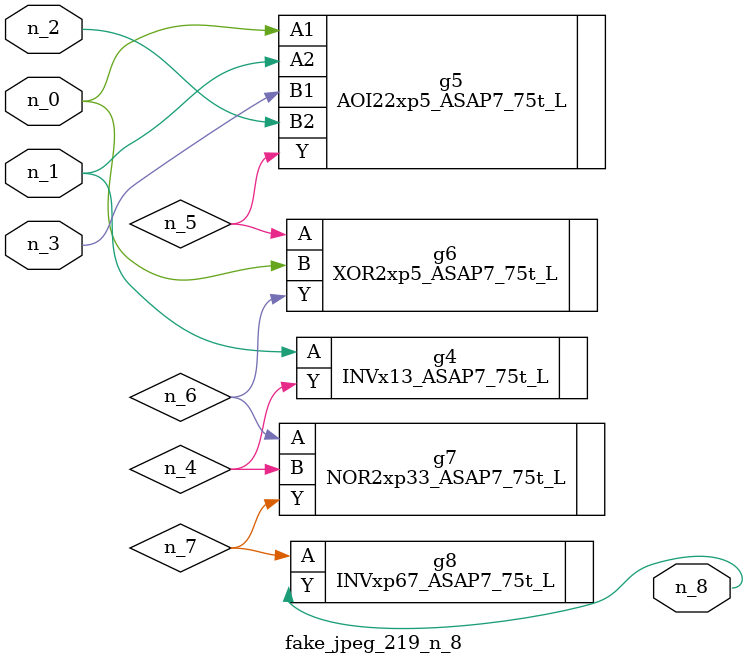
<source format=v>
module fake_jpeg_219_n_8 (n_0, n_3, n_2, n_1, n_8);

input n_0;
input n_3;
input n_2;
input n_1;

output n_8;

wire n_4;
wire n_6;
wire n_5;
wire n_7;

INVx13_ASAP7_75t_L g4 ( 
.A(n_1),
.Y(n_4)
);

AOI22xp5_ASAP7_75t_L g5 ( 
.A1(n_0),
.A2(n_1),
.B1(n_3),
.B2(n_2),
.Y(n_5)
);

XOR2xp5_ASAP7_75t_L g6 ( 
.A(n_5),
.B(n_0),
.Y(n_6)
);

NOR2xp33_ASAP7_75t_L g7 ( 
.A(n_6),
.B(n_4),
.Y(n_7)
);

INVxp67_ASAP7_75t_L g8 ( 
.A(n_7),
.Y(n_8)
);


endmodule
</source>
